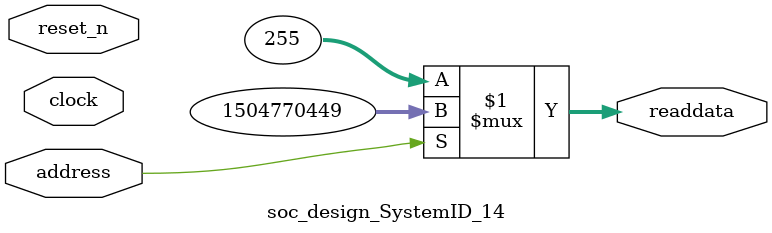
<source format=v>
module soc_design_SystemID_14 (
                address,
                clock,
                reset_n,
                readdata
             )
;
  output  [ 31: 0] readdata;
  input            address;
  input            clock;
  input            reset_n;
  wire    [ 31: 0] readdata;
  assign readdata = address ? 1504770449 : 255;
endmodule
</source>
